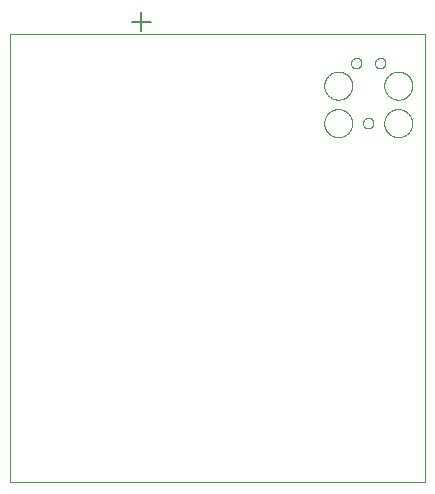
<source format=gbo>
G75*
%MOIN*%
%OFA0B0*%
%FSLAX25Y25*%
%IPPOS*%
%LPD*%
%AMOC8*
5,1,8,0,0,1.08239X$1,22.5*
%
%ADD10C,0.00000*%
%ADD11C,0.00800*%
D10*
X0004867Y0001000D02*
X0004867Y0150331D01*
X0143095Y0150331D01*
X0143095Y0001000D01*
X0004867Y0001000D01*
X0109483Y0120685D02*
X0109485Y0120822D01*
X0109491Y0120958D01*
X0109501Y0121094D01*
X0109515Y0121230D01*
X0109533Y0121366D01*
X0109555Y0121501D01*
X0109580Y0121635D01*
X0109610Y0121768D01*
X0109644Y0121900D01*
X0109681Y0122032D01*
X0109722Y0122162D01*
X0109768Y0122291D01*
X0109816Y0122419D01*
X0109869Y0122545D01*
X0109925Y0122669D01*
X0109985Y0122792D01*
X0110048Y0122913D01*
X0110115Y0123032D01*
X0110185Y0123149D01*
X0110259Y0123265D01*
X0110336Y0123377D01*
X0110416Y0123488D01*
X0110500Y0123596D01*
X0110587Y0123702D01*
X0110676Y0123805D01*
X0110769Y0123905D01*
X0110864Y0124003D01*
X0110963Y0124098D01*
X0111064Y0124190D01*
X0111168Y0124278D01*
X0111274Y0124364D01*
X0111383Y0124447D01*
X0111494Y0124526D01*
X0111607Y0124603D01*
X0111723Y0124676D01*
X0111840Y0124745D01*
X0111960Y0124811D01*
X0112081Y0124873D01*
X0112205Y0124932D01*
X0112330Y0124988D01*
X0112456Y0125039D01*
X0112584Y0125087D01*
X0112713Y0125131D01*
X0112844Y0125172D01*
X0112976Y0125208D01*
X0113108Y0125241D01*
X0113242Y0125269D01*
X0113376Y0125294D01*
X0113511Y0125315D01*
X0113647Y0125332D01*
X0113783Y0125345D01*
X0113919Y0125354D01*
X0114056Y0125359D01*
X0114192Y0125360D01*
X0114329Y0125357D01*
X0114465Y0125350D01*
X0114601Y0125339D01*
X0114737Y0125324D01*
X0114872Y0125305D01*
X0115007Y0125282D01*
X0115141Y0125255D01*
X0115274Y0125225D01*
X0115406Y0125190D01*
X0115538Y0125152D01*
X0115667Y0125110D01*
X0115796Y0125064D01*
X0115923Y0125014D01*
X0116049Y0124960D01*
X0116173Y0124903D01*
X0116296Y0124843D01*
X0116416Y0124778D01*
X0116535Y0124711D01*
X0116651Y0124640D01*
X0116766Y0124565D01*
X0116878Y0124487D01*
X0116988Y0124406D01*
X0117096Y0124322D01*
X0117201Y0124234D01*
X0117303Y0124144D01*
X0117403Y0124051D01*
X0117500Y0123954D01*
X0117594Y0123855D01*
X0117685Y0123754D01*
X0117773Y0123649D01*
X0117858Y0123542D01*
X0117940Y0123433D01*
X0118019Y0123321D01*
X0118094Y0123207D01*
X0118166Y0123091D01*
X0118235Y0122973D01*
X0118300Y0122853D01*
X0118362Y0122731D01*
X0118420Y0122607D01*
X0118474Y0122482D01*
X0118525Y0122355D01*
X0118571Y0122227D01*
X0118615Y0122097D01*
X0118654Y0121966D01*
X0118690Y0121834D01*
X0118721Y0121701D01*
X0118749Y0121568D01*
X0118773Y0121433D01*
X0118793Y0121298D01*
X0118809Y0121162D01*
X0118821Y0121026D01*
X0118829Y0120890D01*
X0118833Y0120753D01*
X0118833Y0120617D01*
X0118829Y0120480D01*
X0118821Y0120344D01*
X0118809Y0120208D01*
X0118793Y0120072D01*
X0118773Y0119937D01*
X0118749Y0119802D01*
X0118721Y0119669D01*
X0118690Y0119536D01*
X0118654Y0119404D01*
X0118615Y0119273D01*
X0118571Y0119143D01*
X0118525Y0119015D01*
X0118474Y0118888D01*
X0118420Y0118763D01*
X0118362Y0118639D01*
X0118300Y0118517D01*
X0118235Y0118397D01*
X0118166Y0118279D01*
X0118094Y0118163D01*
X0118019Y0118049D01*
X0117940Y0117937D01*
X0117858Y0117828D01*
X0117773Y0117721D01*
X0117685Y0117616D01*
X0117594Y0117515D01*
X0117500Y0117416D01*
X0117403Y0117319D01*
X0117303Y0117226D01*
X0117201Y0117136D01*
X0117096Y0117048D01*
X0116988Y0116964D01*
X0116878Y0116883D01*
X0116766Y0116805D01*
X0116651Y0116730D01*
X0116535Y0116659D01*
X0116416Y0116592D01*
X0116296Y0116527D01*
X0116173Y0116467D01*
X0116049Y0116410D01*
X0115923Y0116356D01*
X0115796Y0116306D01*
X0115667Y0116260D01*
X0115538Y0116218D01*
X0115406Y0116180D01*
X0115274Y0116145D01*
X0115141Y0116115D01*
X0115007Y0116088D01*
X0114872Y0116065D01*
X0114737Y0116046D01*
X0114601Y0116031D01*
X0114465Y0116020D01*
X0114329Y0116013D01*
X0114192Y0116010D01*
X0114056Y0116011D01*
X0113919Y0116016D01*
X0113783Y0116025D01*
X0113647Y0116038D01*
X0113511Y0116055D01*
X0113376Y0116076D01*
X0113242Y0116101D01*
X0113108Y0116129D01*
X0112976Y0116162D01*
X0112844Y0116198D01*
X0112713Y0116239D01*
X0112584Y0116283D01*
X0112456Y0116331D01*
X0112330Y0116382D01*
X0112205Y0116438D01*
X0112081Y0116497D01*
X0111960Y0116559D01*
X0111840Y0116625D01*
X0111723Y0116694D01*
X0111607Y0116767D01*
X0111494Y0116844D01*
X0111383Y0116923D01*
X0111274Y0117006D01*
X0111168Y0117092D01*
X0111064Y0117180D01*
X0110963Y0117272D01*
X0110864Y0117367D01*
X0110769Y0117465D01*
X0110676Y0117565D01*
X0110587Y0117668D01*
X0110500Y0117774D01*
X0110416Y0117882D01*
X0110336Y0117993D01*
X0110259Y0118105D01*
X0110185Y0118221D01*
X0110115Y0118338D01*
X0110048Y0118457D01*
X0109985Y0118578D01*
X0109925Y0118701D01*
X0109869Y0118825D01*
X0109816Y0118951D01*
X0109768Y0119079D01*
X0109722Y0119208D01*
X0109681Y0119338D01*
X0109644Y0119470D01*
X0109610Y0119602D01*
X0109580Y0119735D01*
X0109555Y0119869D01*
X0109533Y0120004D01*
X0109515Y0120140D01*
X0109501Y0120276D01*
X0109491Y0120412D01*
X0109485Y0120548D01*
X0109483Y0120685D01*
X0109483Y0133185D02*
X0109485Y0133322D01*
X0109491Y0133458D01*
X0109501Y0133594D01*
X0109515Y0133730D01*
X0109533Y0133866D01*
X0109555Y0134001D01*
X0109580Y0134135D01*
X0109610Y0134268D01*
X0109644Y0134400D01*
X0109681Y0134532D01*
X0109722Y0134662D01*
X0109768Y0134791D01*
X0109816Y0134919D01*
X0109869Y0135045D01*
X0109925Y0135169D01*
X0109985Y0135292D01*
X0110048Y0135413D01*
X0110115Y0135532D01*
X0110185Y0135649D01*
X0110259Y0135765D01*
X0110336Y0135877D01*
X0110416Y0135988D01*
X0110500Y0136096D01*
X0110587Y0136202D01*
X0110676Y0136305D01*
X0110769Y0136405D01*
X0110864Y0136503D01*
X0110963Y0136598D01*
X0111064Y0136690D01*
X0111168Y0136778D01*
X0111274Y0136864D01*
X0111383Y0136947D01*
X0111494Y0137026D01*
X0111607Y0137103D01*
X0111723Y0137176D01*
X0111840Y0137245D01*
X0111960Y0137311D01*
X0112081Y0137373D01*
X0112205Y0137432D01*
X0112330Y0137488D01*
X0112456Y0137539D01*
X0112584Y0137587D01*
X0112713Y0137631D01*
X0112844Y0137672D01*
X0112976Y0137708D01*
X0113108Y0137741D01*
X0113242Y0137769D01*
X0113376Y0137794D01*
X0113511Y0137815D01*
X0113647Y0137832D01*
X0113783Y0137845D01*
X0113919Y0137854D01*
X0114056Y0137859D01*
X0114192Y0137860D01*
X0114329Y0137857D01*
X0114465Y0137850D01*
X0114601Y0137839D01*
X0114737Y0137824D01*
X0114872Y0137805D01*
X0115007Y0137782D01*
X0115141Y0137755D01*
X0115274Y0137725D01*
X0115406Y0137690D01*
X0115538Y0137652D01*
X0115667Y0137610D01*
X0115796Y0137564D01*
X0115923Y0137514D01*
X0116049Y0137460D01*
X0116173Y0137403D01*
X0116296Y0137343D01*
X0116416Y0137278D01*
X0116535Y0137211D01*
X0116651Y0137140D01*
X0116766Y0137065D01*
X0116878Y0136987D01*
X0116988Y0136906D01*
X0117096Y0136822D01*
X0117201Y0136734D01*
X0117303Y0136644D01*
X0117403Y0136551D01*
X0117500Y0136454D01*
X0117594Y0136355D01*
X0117685Y0136254D01*
X0117773Y0136149D01*
X0117858Y0136042D01*
X0117940Y0135933D01*
X0118019Y0135821D01*
X0118094Y0135707D01*
X0118166Y0135591D01*
X0118235Y0135473D01*
X0118300Y0135353D01*
X0118362Y0135231D01*
X0118420Y0135107D01*
X0118474Y0134982D01*
X0118525Y0134855D01*
X0118571Y0134727D01*
X0118615Y0134597D01*
X0118654Y0134466D01*
X0118690Y0134334D01*
X0118721Y0134201D01*
X0118749Y0134068D01*
X0118773Y0133933D01*
X0118793Y0133798D01*
X0118809Y0133662D01*
X0118821Y0133526D01*
X0118829Y0133390D01*
X0118833Y0133253D01*
X0118833Y0133117D01*
X0118829Y0132980D01*
X0118821Y0132844D01*
X0118809Y0132708D01*
X0118793Y0132572D01*
X0118773Y0132437D01*
X0118749Y0132302D01*
X0118721Y0132169D01*
X0118690Y0132036D01*
X0118654Y0131904D01*
X0118615Y0131773D01*
X0118571Y0131643D01*
X0118525Y0131515D01*
X0118474Y0131388D01*
X0118420Y0131263D01*
X0118362Y0131139D01*
X0118300Y0131017D01*
X0118235Y0130897D01*
X0118166Y0130779D01*
X0118094Y0130663D01*
X0118019Y0130549D01*
X0117940Y0130437D01*
X0117858Y0130328D01*
X0117773Y0130221D01*
X0117685Y0130116D01*
X0117594Y0130015D01*
X0117500Y0129916D01*
X0117403Y0129819D01*
X0117303Y0129726D01*
X0117201Y0129636D01*
X0117096Y0129548D01*
X0116988Y0129464D01*
X0116878Y0129383D01*
X0116766Y0129305D01*
X0116651Y0129230D01*
X0116535Y0129159D01*
X0116416Y0129092D01*
X0116296Y0129027D01*
X0116173Y0128967D01*
X0116049Y0128910D01*
X0115923Y0128856D01*
X0115796Y0128806D01*
X0115667Y0128760D01*
X0115538Y0128718D01*
X0115406Y0128680D01*
X0115274Y0128645D01*
X0115141Y0128615D01*
X0115007Y0128588D01*
X0114872Y0128565D01*
X0114737Y0128546D01*
X0114601Y0128531D01*
X0114465Y0128520D01*
X0114329Y0128513D01*
X0114192Y0128510D01*
X0114056Y0128511D01*
X0113919Y0128516D01*
X0113783Y0128525D01*
X0113647Y0128538D01*
X0113511Y0128555D01*
X0113376Y0128576D01*
X0113242Y0128601D01*
X0113108Y0128629D01*
X0112976Y0128662D01*
X0112844Y0128698D01*
X0112713Y0128739D01*
X0112584Y0128783D01*
X0112456Y0128831D01*
X0112330Y0128882D01*
X0112205Y0128938D01*
X0112081Y0128997D01*
X0111960Y0129059D01*
X0111840Y0129125D01*
X0111723Y0129194D01*
X0111607Y0129267D01*
X0111494Y0129344D01*
X0111383Y0129423D01*
X0111274Y0129506D01*
X0111168Y0129592D01*
X0111064Y0129680D01*
X0110963Y0129772D01*
X0110864Y0129867D01*
X0110769Y0129965D01*
X0110676Y0130065D01*
X0110587Y0130168D01*
X0110500Y0130274D01*
X0110416Y0130382D01*
X0110336Y0130493D01*
X0110259Y0130605D01*
X0110185Y0130721D01*
X0110115Y0130838D01*
X0110048Y0130957D01*
X0109985Y0131078D01*
X0109925Y0131201D01*
X0109869Y0131325D01*
X0109816Y0131451D01*
X0109768Y0131579D01*
X0109722Y0131708D01*
X0109681Y0131838D01*
X0109644Y0131970D01*
X0109610Y0132102D01*
X0109580Y0132235D01*
X0109555Y0132369D01*
X0109533Y0132504D01*
X0109515Y0132640D01*
X0109501Y0132776D01*
X0109491Y0132912D01*
X0109485Y0133048D01*
X0109483Y0133185D01*
X0118408Y0140685D02*
X0118410Y0140768D01*
X0118416Y0140851D01*
X0118426Y0140934D01*
X0118440Y0141016D01*
X0118457Y0141098D01*
X0118479Y0141178D01*
X0118504Y0141257D01*
X0118533Y0141335D01*
X0118566Y0141412D01*
X0118603Y0141487D01*
X0118642Y0141560D01*
X0118686Y0141631D01*
X0118732Y0141700D01*
X0118782Y0141767D01*
X0118835Y0141831D01*
X0118891Y0141893D01*
X0118950Y0141952D01*
X0119012Y0142008D01*
X0119076Y0142061D01*
X0119143Y0142111D01*
X0119212Y0142157D01*
X0119283Y0142201D01*
X0119356Y0142240D01*
X0119431Y0142277D01*
X0119508Y0142310D01*
X0119586Y0142339D01*
X0119665Y0142364D01*
X0119745Y0142386D01*
X0119827Y0142403D01*
X0119909Y0142417D01*
X0119992Y0142427D01*
X0120075Y0142433D01*
X0120158Y0142435D01*
X0120241Y0142433D01*
X0120324Y0142427D01*
X0120407Y0142417D01*
X0120489Y0142403D01*
X0120571Y0142386D01*
X0120651Y0142364D01*
X0120730Y0142339D01*
X0120808Y0142310D01*
X0120885Y0142277D01*
X0120960Y0142240D01*
X0121033Y0142201D01*
X0121104Y0142157D01*
X0121173Y0142111D01*
X0121240Y0142061D01*
X0121304Y0142008D01*
X0121366Y0141952D01*
X0121425Y0141893D01*
X0121481Y0141831D01*
X0121534Y0141767D01*
X0121584Y0141700D01*
X0121630Y0141631D01*
X0121674Y0141560D01*
X0121713Y0141487D01*
X0121750Y0141412D01*
X0121783Y0141335D01*
X0121812Y0141257D01*
X0121837Y0141178D01*
X0121859Y0141098D01*
X0121876Y0141016D01*
X0121890Y0140934D01*
X0121900Y0140851D01*
X0121906Y0140768D01*
X0121908Y0140685D01*
X0121906Y0140602D01*
X0121900Y0140519D01*
X0121890Y0140436D01*
X0121876Y0140354D01*
X0121859Y0140272D01*
X0121837Y0140192D01*
X0121812Y0140113D01*
X0121783Y0140035D01*
X0121750Y0139958D01*
X0121713Y0139883D01*
X0121674Y0139810D01*
X0121630Y0139739D01*
X0121584Y0139670D01*
X0121534Y0139603D01*
X0121481Y0139539D01*
X0121425Y0139477D01*
X0121366Y0139418D01*
X0121304Y0139362D01*
X0121240Y0139309D01*
X0121173Y0139259D01*
X0121104Y0139213D01*
X0121033Y0139169D01*
X0120960Y0139130D01*
X0120885Y0139093D01*
X0120808Y0139060D01*
X0120730Y0139031D01*
X0120651Y0139006D01*
X0120571Y0138984D01*
X0120489Y0138967D01*
X0120407Y0138953D01*
X0120324Y0138943D01*
X0120241Y0138937D01*
X0120158Y0138935D01*
X0120075Y0138937D01*
X0119992Y0138943D01*
X0119909Y0138953D01*
X0119827Y0138967D01*
X0119745Y0138984D01*
X0119665Y0139006D01*
X0119586Y0139031D01*
X0119508Y0139060D01*
X0119431Y0139093D01*
X0119356Y0139130D01*
X0119283Y0139169D01*
X0119212Y0139213D01*
X0119143Y0139259D01*
X0119076Y0139309D01*
X0119012Y0139362D01*
X0118950Y0139418D01*
X0118891Y0139477D01*
X0118835Y0139539D01*
X0118782Y0139603D01*
X0118732Y0139670D01*
X0118686Y0139739D01*
X0118642Y0139810D01*
X0118603Y0139883D01*
X0118566Y0139958D01*
X0118533Y0140035D01*
X0118504Y0140113D01*
X0118479Y0140192D01*
X0118457Y0140272D01*
X0118440Y0140354D01*
X0118426Y0140436D01*
X0118416Y0140519D01*
X0118410Y0140602D01*
X0118408Y0140685D01*
X0126408Y0140685D02*
X0126410Y0140768D01*
X0126416Y0140851D01*
X0126426Y0140934D01*
X0126440Y0141016D01*
X0126457Y0141098D01*
X0126479Y0141178D01*
X0126504Y0141257D01*
X0126533Y0141335D01*
X0126566Y0141412D01*
X0126603Y0141487D01*
X0126642Y0141560D01*
X0126686Y0141631D01*
X0126732Y0141700D01*
X0126782Y0141767D01*
X0126835Y0141831D01*
X0126891Y0141893D01*
X0126950Y0141952D01*
X0127012Y0142008D01*
X0127076Y0142061D01*
X0127143Y0142111D01*
X0127212Y0142157D01*
X0127283Y0142201D01*
X0127356Y0142240D01*
X0127431Y0142277D01*
X0127508Y0142310D01*
X0127586Y0142339D01*
X0127665Y0142364D01*
X0127745Y0142386D01*
X0127827Y0142403D01*
X0127909Y0142417D01*
X0127992Y0142427D01*
X0128075Y0142433D01*
X0128158Y0142435D01*
X0128241Y0142433D01*
X0128324Y0142427D01*
X0128407Y0142417D01*
X0128489Y0142403D01*
X0128571Y0142386D01*
X0128651Y0142364D01*
X0128730Y0142339D01*
X0128808Y0142310D01*
X0128885Y0142277D01*
X0128960Y0142240D01*
X0129033Y0142201D01*
X0129104Y0142157D01*
X0129173Y0142111D01*
X0129240Y0142061D01*
X0129304Y0142008D01*
X0129366Y0141952D01*
X0129425Y0141893D01*
X0129481Y0141831D01*
X0129534Y0141767D01*
X0129584Y0141700D01*
X0129630Y0141631D01*
X0129674Y0141560D01*
X0129713Y0141487D01*
X0129750Y0141412D01*
X0129783Y0141335D01*
X0129812Y0141257D01*
X0129837Y0141178D01*
X0129859Y0141098D01*
X0129876Y0141016D01*
X0129890Y0140934D01*
X0129900Y0140851D01*
X0129906Y0140768D01*
X0129908Y0140685D01*
X0129906Y0140602D01*
X0129900Y0140519D01*
X0129890Y0140436D01*
X0129876Y0140354D01*
X0129859Y0140272D01*
X0129837Y0140192D01*
X0129812Y0140113D01*
X0129783Y0140035D01*
X0129750Y0139958D01*
X0129713Y0139883D01*
X0129674Y0139810D01*
X0129630Y0139739D01*
X0129584Y0139670D01*
X0129534Y0139603D01*
X0129481Y0139539D01*
X0129425Y0139477D01*
X0129366Y0139418D01*
X0129304Y0139362D01*
X0129240Y0139309D01*
X0129173Y0139259D01*
X0129104Y0139213D01*
X0129033Y0139169D01*
X0128960Y0139130D01*
X0128885Y0139093D01*
X0128808Y0139060D01*
X0128730Y0139031D01*
X0128651Y0139006D01*
X0128571Y0138984D01*
X0128489Y0138967D01*
X0128407Y0138953D01*
X0128324Y0138943D01*
X0128241Y0138937D01*
X0128158Y0138935D01*
X0128075Y0138937D01*
X0127992Y0138943D01*
X0127909Y0138953D01*
X0127827Y0138967D01*
X0127745Y0138984D01*
X0127665Y0139006D01*
X0127586Y0139031D01*
X0127508Y0139060D01*
X0127431Y0139093D01*
X0127356Y0139130D01*
X0127283Y0139169D01*
X0127212Y0139213D01*
X0127143Y0139259D01*
X0127076Y0139309D01*
X0127012Y0139362D01*
X0126950Y0139418D01*
X0126891Y0139477D01*
X0126835Y0139539D01*
X0126782Y0139603D01*
X0126732Y0139670D01*
X0126686Y0139739D01*
X0126642Y0139810D01*
X0126603Y0139883D01*
X0126566Y0139958D01*
X0126533Y0140035D01*
X0126504Y0140113D01*
X0126479Y0140192D01*
X0126457Y0140272D01*
X0126440Y0140354D01*
X0126426Y0140436D01*
X0126416Y0140519D01*
X0126410Y0140602D01*
X0126408Y0140685D01*
X0129483Y0133185D02*
X0129485Y0133322D01*
X0129491Y0133458D01*
X0129501Y0133594D01*
X0129515Y0133730D01*
X0129533Y0133866D01*
X0129555Y0134001D01*
X0129580Y0134135D01*
X0129610Y0134268D01*
X0129644Y0134400D01*
X0129681Y0134532D01*
X0129722Y0134662D01*
X0129768Y0134791D01*
X0129816Y0134919D01*
X0129869Y0135045D01*
X0129925Y0135169D01*
X0129985Y0135292D01*
X0130048Y0135413D01*
X0130115Y0135532D01*
X0130185Y0135649D01*
X0130259Y0135765D01*
X0130336Y0135877D01*
X0130416Y0135988D01*
X0130500Y0136096D01*
X0130587Y0136202D01*
X0130676Y0136305D01*
X0130769Y0136405D01*
X0130864Y0136503D01*
X0130963Y0136598D01*
X0131064Y0136690D01*
X0131168Y0136778D01*
X0131274Y0136864D01*
X0131383Y0136947D01*
X0131494Y0137026D01*
X0131607Y0137103D01*
X0131723Y0137176D01*
X0131840Y0137245D01*
X0131960Y0137311D01*
X0132081Y0137373D01*
X0132205Y0137432D01*
X0132330Y0137488D01*
X0132456Y0137539D01*
X0132584Y0137587D01*
X0132713Y0137631D01*
X0132844Y0137672D01*
X0132976Y0137708D01*
X0133108Y0137741D01*
X0133242Y0137769D01*
X0133376Y0137794D01*
X0133511Y0137815D01*
X0133647Y0137832D01*
X0133783Y0137845D01*
X0133919Y0137854D01*
X0134056Y0137859D01*
X0134192Y0137860D01*
X0134329Y0137857D01*
X0134465Y0137850D01*
X0134601Y0137839D01*
X0134737Y0137824D01*
X0134872Y0137805D01*
X0135007Y0137782D01*
X0135141Y0137755D01*
X0135274Y0137725D01*
X0135406Y0137690D01*
X0135538Y0137652D01*
X0135667Y0137610D01*
X0135796Y0137564D01*
X0135923Y0137514D01*
X0136049Y0137460D01*
X0136173Y0137403D01*
X0136296Y0137343D01*
X0136416Y0137278D01*
X0136535Y0137211D01*
X0136651Y0137140D01*
X0136766Y0137065D01*
X0136878Y0136987D01*
X0136988Y0136906D01*
X0137096Y0136822D01*
X0137201Y0136734D01*
X0137303Y0136644D01*
X0137403Y0136551D01*
X0137500Y0136454D01*
X0137594Y0136355D01*
X0137685Y0136254D01*
X0137773Y0136149D01*
X0137858Y0136042D01*
X0137940Y0135933D01*
X0138019Y0135821D01*
X0138094Y0135707D01*
X0138166Y0135591D01*
X0138235Y0135473D01*
X0138300Y0135353D01*
X0138362Y0135231D01*
X0138420Y0135107D01*
X0138474Y0134982D01*
X0138525Y0134855D01*
X0138571Y0134727D01*
X0138615Y0134597D01*
X0138654Y0134466D01*
X0138690Y0134334D01*
X0138721Y0134201D01*
X0138749Y0134068D01*
X0138773Y0133933D01*
X0138793Y0133798D01*
X0138809Y0133662D01*
X0138821Y0133526D01*
X0138829Y0133390D01*
X0138833Y0133253D01*
X0138833Y0133117D01*
X0138829Y0132980D01*
X0138821Y0132844D01*
X0138809Y0132708D01*
X0138793Y0132572D01*
X0138773Y0132437D01*
X0138749Y0132302D01*
X0138721Y0132169D01*
X0138690Y0132036D01*
X0138654Y0131904D01*
X0138615Y0131773D01*
X0138571Y0131643D01*
X0138525Y0131515D01*
X0138474Y0131388D01*
X0138420Y0131263D01*
X0138362Y0131139D01*
X0138300Y0131017D01*
X0138235Y0130897D01*
X0138166Y0130779D01*
X0138094Y0130663D01*
X0138019Y0130549D01*
X0137940Y0130437D01*
X0137858Y0130328D01*
X0137773Y0130221D01*
X0137685Y0130116D01*
X0137594Y0130015D01*
X0137500Y0129916D01*
X0137403Y0129819D01*
X0137303Y0129726D01*
X0137201Y0129636D01*
X0137096Y0129548D01*
X0136988Y0129464D01*
X0136878Y0129383D01*
X0136766Y0129305D01*
X0136651Y0129230D01*
X0136535Y0129159D01*
X0136416Y0129092D01*
X0136296Y0129027D01*
X0136173Y0128967D01*
X0136049Y0128910D01*
X0135923Y0128856D01*
X0135796Y0128806D01*
X0135667Y0128760D01*
X0135538Y0128718D01*
X0135406Y0128680D01*
X0135274Y0128645D01*
X0135141Y0128615D01*
X0135007Y0128588D01*
X0134872Y0128565D01*
X0134737Y0128546D01*
X0134601Y0128531D01*
X0134465Y0128520D01*
X0134329Y0128513D01*
X0134192Y0128510D01*
X0134056Y0128511D01*
X0133919Y0128516D01*
X0133783Y0128525D01*
X0133647Y0128538D01*
X0133511Y0128555D01*
X0133376Y0128576D01*
X0133242Y0128601D01*
X0133108Y0128629D01*
X0132976Y0128662D01*
X0132844Y0128698D01*
X0132713Y0128739D01*
X0132584Y0128783D01*
X0132456Y0128831D01*
X0132330Y0128882D01*
X0132205Y0128938D01*
X0132081Y0128997D01*
X0131960Y0129059D01*
X0131840Y0129125D01*
X0131723Y0129194D01*
X0131607Y0129267D01*
X0131494Y0129344D01*
X0131383Y0129423D01*
X0131274Y0129506D01*
X0131168Y0129592D01*
X0131064Y0129680D01*
X0130963Y0129772D01*
X0130864Y0129867D01*
X0130769Y0129965D01*
X0130676Y0130065D01*
X0130587Y0130168D01*
X0130500Y0130274D01*
X0130416Y0130382D01*
X0130336Y0130493D01*
X0130259Y0130605D01*
X0130185Y0130721D01*
X0130115Y0130838D01*
X0130048Y0130957D01*
X0129985Y0131078D01*
X0129925Y0131201D01*
X0129869Y0131325D01*
X0129816Y0131451D01*
X0129768Y0131579D01*
X0129722Y0131708D01*
X0129681Y0131838D01*
X0129644Y0131970D01*
X0129610Y0132102D01*
X0129580Y0132235D01*
X0129555Y0132369D01*
X0129533Y0132504D01*
X0129515Y0132640D01*
X0129501Y0132776D01*
X0129491Y0132912D01*
X0129485Y0133048D01*
X0129483Y0133185D01*
X0129483Y0120685D02*
X0129485Y0120822D01*
X0129491Y0120958D01*
X0129501Y0121094D01*
X0129515Y0121230D01*
X0129533Y0121366D01*
X0129555Y0121501D01*
X0129580Y0121635D01*
X0129610Y0121768D01*
X0129644Y0121900D01*
X0129681Y0122032D01*
X0129722Y0122162D01*
X0129768Y0122291D01*
X0129816Y0122419D01*
X0129869Y0122545D01*
X0129925Y0122669D01*
X0129985Y0122792D01*
X0130048Y0122913D01*
X0130115Y0123032D01*
X0130185Y0123149D01*
X0130259Y0123265D01*
X0130336Y0123377D01*
X0130416Y0123488D01*
X0130500Y0123596D01*
X0130587Y0123702D01*
X0130676Y0123805D01*
X0130769Y0123905D01*
X0130864Y0124003D01*
X0130963Y0124098D01*
X0131064Y0124190D01*
X0131168Y0124278D01*
X0131274Y0124364D01*
X0131383Y0124447D01*
X0131494Y0124526D01*
X0131607Y0124603D01*
X0131723Y0124676D01*
X0131840Y0124745D01*
X0131960Y0124811D01*
X0132081Y0124873D01*
X0132205Y0124932D01*
X0132330Y0124988D01*
X0132456Y0125039D01*
X0132584Y0125087D01*
X0132713Y0125131D01*
X0132844Y0125172D01*
X0132976Y0125208D01*
X0133108Y0125241D01*
X0133242Y0125269D01*
X0133376Y0125294D01*
X0133511Y0125315D01*
X0133647Y0125332D01*
X0133783Y0125345D01*
X0133919Y0125354D01*
X0134056Y0125359D01*
X0134192Y0125360D01*
X0134329Y0125357D01*
X0134465Y0125350D01*
X0134601Y0125339D01*
X0134737Y0125324D01*
X0134872Y0125305D01*
X0135007Y0125282D01*
X0135141Y0125255D01*
X0135274Y0125225D01*
X0135406Y0125190D01*
X0135538Y0125152D01*
X0135667Y0125110D01*
X0135796Y0125064D01*
X0135923Y0125014D01*
X0136049Y0124960D01*
X0136173Y0124903D01*
X0136296Y0124843D01*
X0136416Y0124778D01*
X0136535Y0124711D01*
X0136651Y0124640D01*
X0136766Y0124565D01*
X0136878Y0124487D01*
X0136988Y0124406D01*
X0137096Y0124322D01*
X0137201Y0124234D01*
X0137303Y0124144D01*
X0137403Y0124051D01*
X0137500Y0123954D01*
X0137594Y0123855D01*
X0137685Y0123754D01*
X0137773Y0123649D01*
X0137858Y0123542D01*
X0137940Y0123433D01*
X0138019Y0123321D01*
X0138094Y0123207D01*
X0138166Y0123091D01*
X0138235Y0122973D01*
X0138300Y0122853D01*
X0138362Y0122731D01*
X0138420Y0122607D01*
X0138474Y0122482D01*
X0138525Y0122355D01*
X0138571Y0122227D01*
X0138615Y0122097D01*
X0138654Y0121966D01*
X0138690Y0121834D01*
X0138721Y0121701D01*
X0138749Y0121568D01*
X0138773Y0121433D01*
X0138793Y0121298D01*
X0138809Y0121162D01*
X0138821Y0121026D01*
X0138829Y0120890D01*
X0138833Y0120753D01*
X0138833Y0120617D01*
X0138829Y0120480D01*
X0138821Y0120344D01*
X0138809Y0120208D01*
X0138793Y0120072D01*
X0138773Y0119937D01*
X0138749Y0119802D01*
X0138721Y0119669D01*
X0138690Y0119536D01*
X0138654Y0119404D01*
X0138615Y0119273D01*
X0138571Y0119143D01*
X0138525Y0119015D01*
X0138474Y0118888D01*
X0138420Y0118763D01*
X0138362Y0118639D01*
X0138300Y0118517D01*
X0138235Y0118397D01*
X0138166Y0118279D01*
X0138094Y0118163D01*
X0138019Y0118049D01*
X0137940Y0117937D01*
X0137858Y0117828D01*
X0137773Y0117721D01*
X0137685Y0117616D01*
X0137594Y0117515D01*
X0137500Y0117416D01*
X0137403Y0117319D01*
X0137303Y0117226D01*
X0137201Y0117136D01*
X0137096Y0117048D01*
X0136988Y0116964D01*
X0136878Y0116883D01*
X0136766Y0116805D01*
X0136651Y0116730D01*
X0136535Y0116659D01*
X0136416Y0116592D01*
X0136296Y0116527D01*
X0136173Y0116467D01*
X0136049Y0116410D01*
X0135923Y0116356D01*
X0135796Y0116306D01*
X0135667Y0116260D01*
X0135538Y0116218D01*
X0135406Y0116180D01*
X0135274Y0116145D01*
X0135141Y0116115D01*
X0135007Y0116088D01*
X0134872Y0116065D01*
X0134737Y0116046D01*
X0134601Y0116031D01*
X0134465Y0116020D01*
X0134329Y0116013D01*
X0134192Y0116010D01*
X0134056Y0116011D01*
X0133919Y0116016D01*
X0133783Y0116025D01*
X0133647Y0116038D01*
X0133511Y0116055D01*
X0133376Y0116076D01*
X0133242Y0116101D01*
X0133108Y0116129D01*
X0132976Y0116162D01*
X0132844Y0116198D01*
X0132713Y0116239D01*
X0132584Y0116283D01*
X0132456Y0116331D01*
X0132330Y0116382D01*
X0132205Y0116438D01*
X0132081Y0116497D01*
X0131960Y0116559D01*
X0131840Y0116625D01*
X0131723Y0116694D01*
X0131607Y0116767D01*
X0131494Y0116844D01*
X0131383Y0116923D01*
X0131274Y0117006D01*
X0131168Y0117092D01*
X0131064Y0117180D01*
X0130963Y0117272D01*
X0130864Y0117367D01*
X0130769Y0117465D01*
X0130676Y0117565D01*
X0130587Y0117668D01*
X0130500Y0117774D01*
X0130416Y0117882D01*
X0130336Y0117993D01*
X0130259Y0118105D01*
X0130185Y0118221D01*
X0130115Y0118338D01*
X0130048Y0118457D01*
X0129985Y0118578D01*
X0129925Y0118701D01*
X0129869Y0118825D01*
X0129816Y0118951D01*
X0129768Y0119079D01*
X0129722Y0119208D01*
X0129681Y0119338D01*
X0129644Y0119470D01*
X0129610Y0119602D01*
X0129580Y0119735D01*
X0129555Y0119869D01*
X0129533Y0120004D01*
X0129515Y0120140D01*
X0129501Y0120276D01*
X0129491Y0120412D01*
X0129485Y0120548D01*
X0129483Y0120685D01*
X0122408Y0120685D02*
X0122410Y0120768D01*
X0122416Y0120851D01*
X0122426Y0120934D01*
X0122440Y0121016D01*
X0122457Y0121098D01*
X0122479Y0121178D01*
X0122504Y0121257D01*
X0122533Y0121335D01*
X0122566Y0121412D01*
X0122603Y0121487D01*
X0122642Y0121560D01*
X0122686Y0121631D01*
X0122732Y0121700D01*
X0122782Y0121767D01*
X0122835Y0121831D01*
X0122891Y0121893D01*
X0122950Y0121952D01*
X0123012Y0122008D01*
X0123076Y0122061D01*
X0123143Y0122111D01*
X0123212Y0122157D01*
X0123283Y0122201D01*
X0123356Y0122240D01*
X0123431Y0122277D01*
X0123508Y0122310D01*
X0123586Y0122339D01*
X0123665Y0122364D01*
X0123745Y0122386D01*
X0123827Y0122403D01*
X0123909Y0122417D01*
X0123992Y0122427D01*
X0124075Y0122433D01*
X0124158Y0122435D01*
X0124241Y0122433D01*
X0124324Y0122427D01*
X0124407Y0122417D01*
X0124489Y0122403D01*
X0124571Y0122386D01*
X0124651Y0122364D01*
X0124730Y0122339D01*
X0124808Y0122310D01*
X0124885Y0122277D01*
X0124960Y0122240D01*
X0125033Y0122201D01*
X0125104Y0122157D01*
X0125173Y0122111D01*
X0125240Y0122061D01*
X0125304Y0122008D01*
X0125366Y0121952D01*
X0125425Y0121893D01*
X0125481Y0121831D01*
X0125534Y0121767D01*
X0125584Y0121700D01*
X0125630Y0121631D01*
X0125674Y0121560D01*
X0125713Y0121487D01*
X0125750Y0121412D01*
X0125783Y0121335D01*
X0125812Y0121257D01*
X0125837Y0121178D01*
X0125859Y0121098D01*
X0125876Y0121016D01*
X0125890Y0120934D01*
X0125900Y0120851D01*
X0125906Y0120768D01*
X0125908Y0120685D01*
X0125906Y0120602D01*
X0125900Y0120519D01*
X0125890Y0120436D01*
X0125876Y0120354D01*
X0125859Y0120272D01*
X0125837Y0120192D01*
X0125812Y0120113D01*
X0125783Y0120035D01*
X0125750Y0119958D01*
X0125713Y0119883D01*
X0125674Y0119810D01*
X0125630Y0119739D01*
X0125584Y0119670D01*
X0125534Y0119603D01*
X0125481Y0119539D01*
X0125425Y0119477D01*
X0125366Y0119418D01*
X0125304Y0119362D01*
X0125240Y0119309D01*
X0125173Y0119259D01*
X0125104Y0119213D01*
X0125033Y0119169D01*
X0124960Y0119130D01*
X0124885Y0119093D01*
X0124808Y0119060D01*
X0124730Y0119031D01*
X0124651Y0119006D01*
X0124571Y0118984D01*
X0124489Y0118967D01*
X0124407Y0118953D01*
X0124324Y0118943D01*
X0124241Y0118937D01*
X0124158Y0118935D01*
X0124075Y0118937D01*
X0123992Y0118943D01*
X0123909Y0118953D01*
X0123827Y0118967D01*
X0123745Y0118984D01*
X0123665Y0119006D01*
X0123586Y0119031D01*
X0123508Y0119060D01*
X0123431Y0119093D01*
X0123356Y0119130D01*
X0123283Y0119169D01*
X0123212Y0119213D01*
X0123143Y0119259D01*
X0123076Y0119309D01*
X0123012Y0119362D01*
X0122950Y0119418D01*
X0122891Y0119477D01*
X0122835Y0119539D01*
X0122782Y0119603D01*
X0122732Y0119670D01*
X0122686Y0119739D01*
X0122642Y0119810D01*
X0122603Y0119883D01*
X0122566Y0119958D01*
X0122533Y0120035D01*
X0122504Y0120113D01*
X0122479Y0120192D01*
X0122457Y0120272D01*
X0122440Y0120354D01*
X0122426Y0120436D01*
X0122416Y0120519D01*
X0122410Y0120602D01*
X0122408Y0120685D01*
D11*
X0051602Y0154547D02*
X0045464Y0154547D01*
X0048533Y0157617D02*
X0048533Y0151478D01*
M02*

</source>
